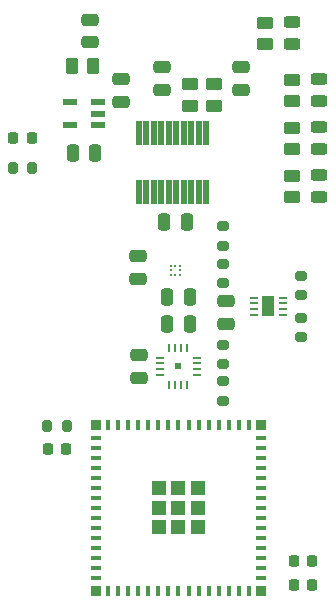
<source format=gtp>
%TF.GenerationSoftware,KiCad,Pcbnew,(6.0.2-0)*%
%TF.CreationDate,2022-06-16T14:33:15-07:00*%
%TF.ProjectId,delta,64656c74-612e-46b6-9963-61645f706362,v1*%
%TF.SameCoordinates,Original*%
%TF.FileFunction,Paste,Top*%
%TF.FilePolarity,Positive*%
%FSLAX46Y46*%
G04 Gerber Fmt 4.6, Leading zero omitted, Abs format (unit mm)*
G04 Created by KiCad (PCBNEW (6.0.2-0)) date 2022-06-16 14:33:15*
%MOMM*%
%LPD*%
G01*
G04 APERTURE LIST*
G04 Aperture macros list*
%AMRoundRect*
0 Rectangle with rounded corners*
0 $1 Rounding radius*
0 $2 $3 $4 $5 $6 $7 $8 $9 X,Y pos of 4 corners*
0 Add a 4 corners polygon primitive as box body*
4,1,4,$2,$3,$4,$5,$6,$7,$8,$9,$2,$3,0*
0 Add four circle primitives for the rounded corners*
1,1,$1+$1,$2,$3*
1,1,$1+$1,$4,$5*
1,1,$1+$1,$6,$7*
1,1,$1+$1,$8,$9*
0 Add four rect primitives between the rounded corners*
20,1,$1+$1,$2,$3,$4,$5,0*
20,1,$1+$1,$4,$5,$6,$7,0*
20,1,$1+$1,$6,$7,$8,$9,0*
20,1,$1+$1,$8,$9,$2,$3,0*%
G04 Aperture macros list end*
%ADD10RoundRect,0.200000X-0.200000X-0.275000X0.200000X-0.275000X0.200000X0.275000X-0.200000X0.275000X0*%
%ADD11RoundRect,0.225000X-0.225000X-0.250000X0.225000X-0.250000X0.225000X0.250000X-0.225000X0.250000X0*%
%ADD12RoundRect,0.225000X0.225000X0.250000X-0.225000X0.250000X-0.225000X-0.250000X0.225000X-0.250000X0*%
%ADD13RoundRect,0.200000X-0.275000X0.200000X-0.275000X-0.200000X0.275000X-0.200000X0.275000X0.200000X0*%
%ADD14RoundRect,0.200000X0.275000X-0.200000X0.275000X0.200000X-0.275000X0.200000X-0.275000X-0.200000X0*%
%ADD15R,0.500000X0.500000*%
%ADD16R,0.660000X0.280000*%
%ADD17R,0.280000X0.660000*%
%ADD18RoundRect,0.250000X0.475000X-0.250000X0.475000X0.250000X-0.475000X0.250000X-0.475000X-0.250000X0*%
%ADD19RoundRect,0.250000X0.262500X0.450000X-0.262500X0.450000X-0.262500X-0.450000X0.262500X-0.450000X0*%
%ADD20RoundRect,0.250000X0.250000X0.475000X-0.250000X0.475000X-0.250000X-0.475000X0.250000X-0.475000X0*%
%ADD21RoundRect,0.243750X-0.456250X0.243750X-0.456250X-0.243750X0.456250X-0.243750X0.456250X0.243750X0*%
%ADD22RoundRect,0.008200X0.196800X-0.976800X0.196800X0.976800X-0.196800X0.976800X-0.196800X-0.976800X0*%
%ADD23RoundRect,0.008200X-0.196800X0.976800X-0.196800X-0.976800X0.196800X-0.976800X0.196800X0.976800X0*%
%ADD24RoundRect,0.250000X-0.450000X0.262500X-0.450000X-0.262500X0.450000X-0.262500X0.450000X0.262500X0*%
%ADD25RoundRect,0.250000X-0.475000X0.250000X-0.475000X-0.250000X0.475000X-0.250000X0.475000X0.250000X0*%
%ADD26RoundRect,0.243750X0.456250X-0.243750X0.456250X0.243750X-0.456250X0.243750X-0.456250X-0.243750X0*%
%ADD27RoundRect,0.250000X0.450000X-0.262500X0.450000X0.262500X-0.450000X0.262500X-0.450000X-0.262500X0*%
%ADD28C,0.240000*%
%ADD29RoundRect,0.250000X-0.250000X-0.475000X0.250000X-0.475000X0.250000X0.475000X-0.250000X0.475000X0*%
%ADD30R,0.812800X0.406400*%
%ADD31R,0.406400X0.812800*%
%ADD32R,1.193800X1.193800*%
%ADD33R,0.812800X0.812800*%
%ADD34R,1.160000X0.490000*%
%ADD35R,1.180000X0.490000*%
%ADD36R,0.700000X0.250000*%
%ADD37R,1.100000X1.800000*%
G04 APERTURE END LIST*
D10*
X113855000Y-88138000D03*
X112205000Y-88138000D03*
X115126000Y-109982000D03*
X116776000Y-109982000D03*
D11*
X136004000Y-123444000D03*
X137554000Y-123444000D03*
D12*
X137554000Y-121412000D03*
X136004000Y-121412000D03*
D11*
X115163000Y-111887000D03*
X116713000Y-111887000D03*
X112255000Y-85598000D03*
X113805000Y-85598000D03*
D13*
X136582000Y-100775000D03*
X136582000Y-102425000D03*
D14*
X136582000Y-98869000D03*
X136582000Y-97219000D03*
D13*
X130048000Y-96203000D03*
X130048000Y-97853000D03*
D14*
X130048000Y-94678000D03*
X130048000Y-93028000D03*
D13*
X130048000Y-107822000D03*
X130048000Y-106172000D03*
D14*
X130048000Y-104711000D03*
X130048000Y-103061000D03*
D15*
X126226000Y-104902000D03*
D16*
X127786000Y-104152000D03*
X127786000Y-104652000D03*
X127786000Y-105152000D03*
X127786000Y-105652000D03*
D17*
X126976000Y-106462000D03*
X126476000Y-106462000D03*
X125976000Y-106462000D03*
X125476000Y-106462000D03*
D16*
X124666000Y-105652000D03*
X124666000Y-105152000D03*
X124666000Y-104652000D03*
X124666000Y-104152000D03*
D17*
X125476000Y-103342000D03*
X125976000Y-103342000D03*
X126476000Y-103342000D03*
X126976000Y-103342000D03*
D18*
X131572000Y-81468000D03*
X131572000Y-79568000D03*
D19*
X119022500Y-79502000D03*
X117197500Y-79502000D03*
D20*
X127176000Y-101346000D03*
X125276000Y-101346000D03*
D21*
X138176000Y-80596500D03*
X138176000Y-82471500D03*
D22*
X122872500Y-90100000D03*
X123507500Y-90100000D03*
X124142500Y-90100000D03*
X124777500Y-90100000D03*
X125412500Y-90100000D03*
X126047500Y-90100000D03*
X126682500Y-90100000D03*
X127317500Y-90100000D03*
X127952500Y-90100000D03*
X128587500Y-90100000D03*
D23*
X128587500Y-85160000D03*
X127952500Y-85160000D03*
X127317500Y-85160000D03*
X126682500Y-85160000D03*
X126047500Y-85160000D03*
X125412500Y-85160000D03*
X124777500Y-85160000D03*
X124142500Y-85160000D03*
X123507500Y-85160000D03*
X122872500Y-85160000D03*
D24*
X133604000Y-75795500D03*
X133604000Y-77620500D03*
D20*
X127188000Y-99060000D03*
X125288000Y-99060000D03*
D25*
X122809000Y-97470000D03*
X122809000Y-95570000D03*
D26*
X138176000Y-90581000D03*
X138176000Y-88706000D03*
D27*
X135890000Y-86510500D03*
X135890000Y-84685500D03*
D18*
X130302000Y-101280000D03*
X130302000Y-99380000D03*
D27*
X135890000Y-82446500D03*
X135890000Y-80621500D03*
D18*
X124841000Y-81468000D03*
X124841000Y-79568000D03*
X118745000Y-77465000D03*
X118745000Y-75565000D03*
D21*
X135890000Y-75770500D03*
X135890000Y-77645500D03*
D26*
X138176000Y-86487000D03*
X138176000Y-84612000D03*
D18*
X121412000Y-82484000D03*
X121412000Y-80584000D03*
D28*
X125584000Y-96374000D03*
X125984000Y-96374000D03*
X126384000Y-96374000D03*
X125584000Y-96774000D03*
X126384000Y-96774000D03*
X125584000Y-97174000D03*
X125984000Y-97174000D03*
X126384000Y-97174000D03*
D27*
X127225000Y-82827500D03*
X127225000Y-81002500D03*
D29*
X117293511Y-86800511D03*
X119193511Y-86800511D03*
D27*
X129286000Y-82827500D03*
X129286000Y-81002500D03*
D25*
X122858000Y-105852000D03*
X122858000Y-103952000D03*
D20*
X126934000Y-92710000D03*
X125034000Y-92710000D03*
D30*
X133237999Y-122838486D03*
X133237999Y-121988485D03*
X133237999Y-121138485D03*
X133237999Y-120288486D03*
X133237999Y-119438485D03*
X133237999Y-118588485D03*
X133237999Y-117738486D03*
X133237999Y-116888485D03*
X133237999Y-116038485D03*
X133237999Y-115188486D03*
X133237999Y-114338485D03*
X133237999Y-113488485D03*
X133237999Y-112638486D03*
X133237999Y-111788485D03*
X133237999Y-110938485D03*
D31*
X132188001Y-109888487D03*
X131338000Y-109888487D03*
X130487999Y-109888487D03*
X129638001Y-109888487D03*
X128788000Y-109888487D03*
X127937999Y-109888487D03*
X127088001Y-109888487D03*
X126238000Y-109888487D03*
X125387999Y-109888487D03*
X124538001Y-109888487D03*
X123688000Y-109888487D03*
X122837999Y-109888487D03*
X121988001Y-109888487D03*
X121138000Y-109888487D03*
X120287999Y-109888487D03*
D30*
X119238001Y-110938485D03*
X119238001Y-111788485D03*
X119238001Y-112638486D03*
X119238001Y-113488485D03*
X119238001Y-114338485D03*
X119238001Y-115188486D03*
X119238001Y-116038485D03*
X119238001Y-116888485D03*
X119238001Y-117738486D03*
X119238001Y-118588485D03*
X119238001Y-119438485D03*
X119238001Y-120288486D03*
X119238001Y-121138485D03*
X119238001Y-121988485D03*
X119238001Y-122838486D03*
D31*
X120287999Y-123888484D03*
X121138000Y-123888484D03*
X121988001Y-123888484D03*
X122837999Y-123888484D03*
X123688000Y-123888484D03*
X124538001Y-123888484D03*
X125387999Y-123888484D03*
X126238000Y-123888484D03*
X127088001Y-123888484D03*
X127937999Y-123888484D03*
X128788000Y-123888484D03*
X129638001Y-123888484D03*
X130487999Y-123888484D03*
X131338000Y-123888484D03*
X132188001Y-123888484D03*
D32*
X126238000Y-116888485D03*
D33*
X133237999Y-123888484D03*
X133237999Y-109888484D03*
X119238001Y-109888484D03*
X119238001Y-123888484D03*
D32*
X127888000Y-118538485D03*
X126238000Y-118538485D03*
X124588000Y-118538485D03*
X127888000Y-116888485D03*
X124588000Y-116888485D03*
X127888000Y-115238485D03*
X126238000Y-115238485D03*
X124588000Y-115238485D03*
D27*
X135890000Y-90574500D03*
X135890000Y-88749500D03*
D34*
X119393511Y-84448511D03*
X119393511Y-83498511D03*
X119393511Y-82548511D03*
D35*
X117093511Y-82548511D03*
X117093511Y-84448511D03*
D36*
X135058000Y-100572000D03*
X135058000Y-100072000D03*
X135058000Y-99572000D03*
X135058000Y-99072000D03*
X132658000Y-99072000D03*
X132658000Y-99572000D03*
X132658000Y-100072000D03*
X132658000Y-100572000D03*
D37*
X133858000Y-99822000D03*
M02*

</source>
